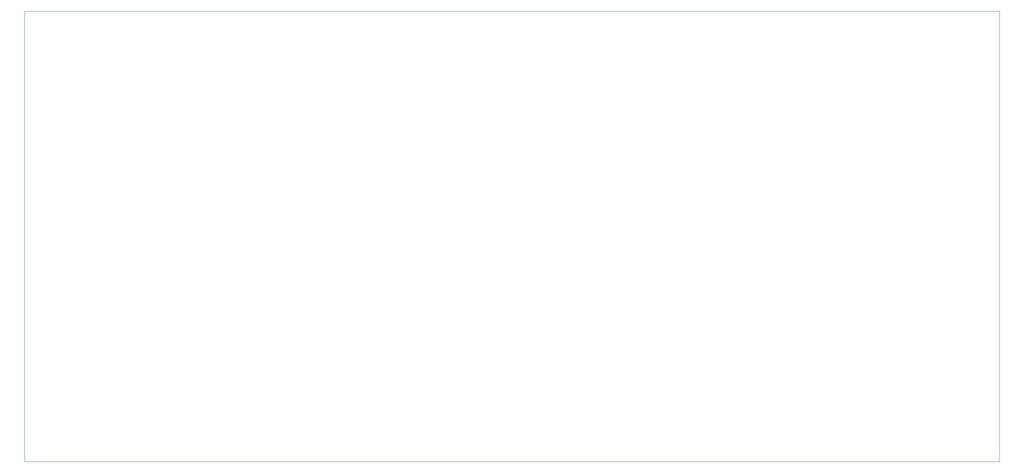
<source format=gko>
G75*
G70*
%OFA0B0*%
%FSLAX25Y25*%
%IPPOS*%
%LPD*%
%AMOC8*
5,1,8,0,0,1.08239X$1,22.5*
%
%ADD46C,0.00197*%
X0000000Y0000000D02*
%LPD*%
G01*
D46*
X0000000Y0380000D02*
X0822000Y0380000D01*
X0822000Y0000000D01*
X0000000Y0000000D01*
X0000000Y0380000D01*
X0237646Y0110882D02*
G01*
G75*
X0150933Y0205366D02*
G01*
G75*
X0161205Y0293199D02*
G01*
G75*
X0144606Y0269307D02*
G01*
G75*
M02*

</source>
